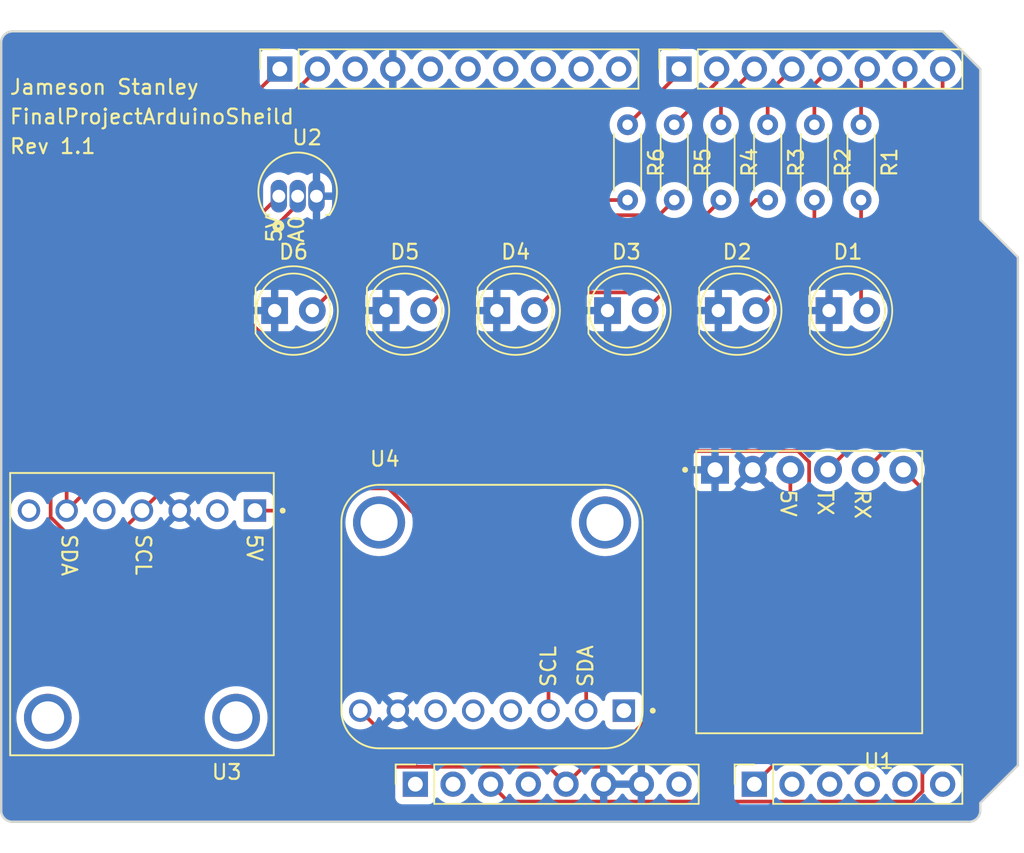
<source format=kicad_pcb>
(kicad_pcb (version 20240108) (generator "pcbnew") (generator_version "8.0")
  (title_block (date "mar. 31 mars 2015"))
  (layers (0 "F.Cu" signal) (31 "B.Cu" signal) (34 "B.Paste" user) (35 "F.Paste" user) (36 "B.SilkS" user "B.Silkscreen") (37 "F.SilkS" user "F.Silkscreen") (38 "B.Mask" user) (39 "F.Mask" user) (44 "Edge.Cuts" user))
  (net 0 "")
  (net 1 "GND")
  (net 3 "+5V")
  (net 4 "/IOREF")
  (net 5 "/A1")
  (net 6 "/A2")
  (net 7 "/A3")
  (net 8 "/SDA{slash}A4")
  (net 9 "/SCL{slash}A5")
  (net 10 "/13")
  (net 11 "/12")
  (net 12 "/AREF")
  (net 13 "/8")
  (net 14 "/LED1")
  (net 15 "/*11")
  (net 16 "/*10")
  (net 17 "/*9")
  (net 18 "/LED6")
  (net 19 "/LED2")
  (net 20 "/LED5")
  (net 21 "/LED3")
  (net 22 "/TX{slash}1")
  (net 23 "/LED4")
  (net 24 "/RX{slash}0")
  (net 25 "+3V3")
  (net 26 "VCC")
  (net 28 "/RESET")
  (net 29 "Net-(D1-A)")
  (net 30 "Net-(D2-A)")
  (net 31 "Net-(D3-A)")
  (net 32 "Net-(D4-A)")
  (net 33 "Net-(D5-A)")
  (net 34 "Net-(D6-A)")
  (net 35 "/External_Temp")
  (footprint "Connector_PinSocket_2.54mm:PinSocket_1x08_P2.54mm_Vertical" (layer "F.Cu") (at 127.94 97.46 90)
    (property "Reference" "J1" (hide yes))
    (property "Value" "Power")
    (fp_line (start 1.33 -1.33) (end 1.33 0) (stroke (width 0.12)) (layer "F.SilkS"))
    (fp_line (start 0 -1.33) (end 1.33 -1.33) (stroke (width 0.12)) (layer "F.SilkS"))
    (fp_line (start 1.33 1.27) (end 1.33 19.11) (stroke (width 0.12)) (layer "F.SilkS"))
    (fp_line (start -1.33 1.27) (end 1.33 1.27) (stroke (width 0.12)) (layer "F.SilkS"))
    (fp_line (start -1.33 1.27) (end -1.33 19.11) (stroke (width 0.12)) (layer "F.SilkS"))
    (fp_line (start -1.33 19.11) (end 1.33 19.11) (stroke (width 0.12)) (layer "F.SilkS"))
    (pad "1" thru_hole rect (at 0 0 90) (size 1.7 1.7) (drill 1) (layers "*.Cu" "*.Mask"))
    (pad "2" thru_hole oval (at 0 2.54 90) (size 1.7 1.7) (drill 1) (layers "*.Cu" "*.Mask") (net 4 "/IOREF"))
    (pad "3" thru_hole oval (at 0 5.08 90) (size 1.7 1.7) (drill 1) (layers "*.Cu" "*.Mask") (net 28 "/RESET"))
    (pad "4" thru_hole oval (at 0 7.62 90) (size 1.7 1.7) (drill 1) (layers "*.Cu" "*.Mask") (net 25 "+3V3"))
    (pad "5" thru_hole oval (at 0 10.16 90) (size 1.7 1.7) (drill 1) (layers "*.Cu" "*.Mask") (net 3 "+5V"))
    (pad "6" thru_hole oval (at 0 12.7 90) (size 1.7 1.7) (drill 1) (layers "*.Cu" "*.Mask") (net 1 "GND"))
    (pad "7" thru_hole oval (at 0 15.24 90) (size 1.7 1.7) (drill 1) (layers "*.Cu" "*.Mask") (net 1 "GND"))
    (pad "8" thru_hole oval (at 0 17.78 90) (size 1.7 1.7) (drill 1) (layers "*.Cu" "*.Mask") (net 26 "VCC"))
  )
  (footprint "Connector_PinSocket_2.54mm:PinSocket_1x06_P2.54mm_Vertical" (layer "F.Cu") (at 150.8 97.46 90)
    (property "Reference" "J3" (hide yes))
    (property "Value" "Analog")
    (fp_line (start 1.33 -1.33) (end 1.33 0) (stroke (width 0.12)) (layer "F.SilkS"))
    (fp_line (start 0 -1.33) (end 1.33 -1.33) (stroke (width 0.12)) (layer "F.SilkS"))
    (fp_line (start 1.33 1.27) (end 1.33 14.03) (stroke (width 0.12)) (layer "F.SilkS"))
    (fp_line (start -1.33 1.27) (end 1.33 1.27) (stroke (width 0.12)) (layer "F.SilkS"))
    (fp_line (start -1.33 1.27) (end -1.33 14.03) (stroke (width 0.12)) (layer "F.SilkS"))
    (fp_line (start -1.33 14.03) (end 1.33 14.03) (stroke (width 0.12)) (layer "F.SilkS"))
    (pad "1" thru_hole rect (at 0 0 90) (size 1.7 1.7) (drill 1) (layers "*.Cu" "*.Mask") (net 35 "/External_Temp"))
    (pad "2" thru_hole oval (at 0 2.54 90) (size 1.7 1.7) (drill 1) (layers "*.Cu" "*.Mask") (net 5 "/A1"))
    (pad "3" thru_hole oval (at 0 5.08 90) (size 1.7 1.7) (drill 1) (layers "*.Cu" "*.Mask") (net 6 "/A2"))
    (pad "4" thru_hole oval (at 0 7.62 90) (size 1.7 1.7) (drill 1) (layers "*.Cu" "*.Mask") (net 7 "/A3"))
    (pad "5" thru_hole oval (at 0 10.16 90) (size 1.7 1.7) (drill 1) (layers "*.Cu" "*.Mask"))
    (pad "6" thru_hole oval (at 0 12.7 90) (size 1.7 1.7) (drill 1) (layers "*.Cu" "*.Mask"))
  )
  (footprint "Connector_PinSocket_2.54mm:PinSocket_1x10_P2.54mm_Vertical" (layer "F.Cu") (at 118.796 49.2 90)
    (property "Reference" "J2" (hide yes))
    (property "Value" "Digital/PWM")
    (fp_line (start 1.33 -1.33) (end 1.33 0) (stroke (width 0.12)) (layer "F.SilkS"))
    (fp_line (start 0 -1.33) (end 1.33 -1.33) (stroke (width 0.12)) (layer "F.SilkS"))
    (fp_line (start 1.33 1.27) (end 1.33 24.19) (stroke (width 0.12)) (layer "F.SilkS"))
    (fp_line (start -1.33 1.27) (end 1.33 1.27) (stroke (width 0.12)) (layer "F.SilkS"))
    (fp_line (start -1.33 1.27) (end -1.33 24.19) (stroke (width 0.12)) (layer "F.SilkS"))
    (fp_line (start -1.33 24.19) (end 1.33 24.19) (stroke (width 0.12)) (layer "F.SilkS"))
    (pad "1" thru_hole rect (at 0 0 90) (size 1.7 1.7) (drill 1) (layers "*.Cu" "*.Mask") (net 9 "/SCL{slash}A5"))
    (pad "2" thru_hole oval (at 0 2.54 90) (size 1.7 1.7) (drill 1) (layers "*.Cu" "*.Mask") (net 8 "/SDA{slash}A4"))
    (pad "3" thru_hole oval (at 0 5.08 90) (size 1.7 1.7) (drill 1) (layers "*.Cu" "*.Mask") (net 12 "/AREF"))
    (pad "4" thru_hole oval (at 0 7.62 90) (size 1.7 1.7) (drill 1) (layers "*.Cu" "*.Mask") (net 1 "GND"))
    (pad "5" thru_hole oval (at 0 10.16 90) (size 1.7 1.7) (drill 1) (layers "*.Cu" "*.Mask") (net 10 "/13"))
    (pad "6" thru_hole oval (at 0 12.7 90) (size 1.7 1.7) (drill 1) (layers "*.Cu" "*.Mask") (net 11 "/12"))
    (pad "7" thru_hole oval (at 0 15.24 90) (size 1.7 1.7) (drill 1) (layers "*.Cu" "*.Mask") (net 15 "/*11"))
    (pad "8" thru_hole oval (at 0 17.78 90) (size 1.7 1.7) (drill 1) (layers "*.Cu" "*.Mask") (net 16 "/*10"))
    (pad "9" thru_hole oval (at 0 20.32 90) (size 1.7 1.7) (drill 1) (layers "*.Cu" "*.Mask") (net 17 "/*9"))
    (pad "10" thru_hole oval (at 0 22.86 90) (size 1.7 1.7) (drill 1) (layers "*.Cu" "*.Mask") (net 13 "/8"))
  )
  (footprint "Connector_PinSocket_2.54mm:PinSocket_1x08_P2.54mm_Vertical" (layer "F.Cu") (at 145.72 49.2 90)
    (property "Reference" "J4" (hide yes))
    (property "Value" "Digital/PWM")
    (fp_line (start 1.33 -1.33) (end 1.33 0) (stroke (width 0.12)) (layer "F.SilkS"))
    (fp_line (start 0 -1.33) (end 1.33 -1.33) (stroke (width 0.12)) (layer "F.SilkS"))
    (fp_line (start 1.33 1.27) (end 1.33 19.11) (stroke (width 0.12)) (layer "F.SilkS"))
    (fp_line (start -1.33 1.27) (end 1.33 1.27) (stroke (width 0.12)) (layer "F.SilkS"))
    (fp_line (start -1.33 1.27) (end -1.33 19.11) (stroke (width 0.12)) (layer "F.SilkS"))
    (fp_line (start -1.33 19.11) (end 1.33 19.11) (stroke (width 0.12)) (layer "F.SilkS"))
    (pad "1" thru_hole rect (at 0 0 90) (size 1.7 1.7) (drill 1) (layers "*.Cu" "*.Mask") (net 18 "/LED6"))
    (pad "2" thru_hole oval (at 0 2.54 90) (size 1.7 1.7) (drill 1) (layers "*.Cu" "*.Mask") (net 20 "/LED5"))
    (pad "3" thru_hole oval (at 0 5.08 90) (size 1.7 1.7) (drill 1) (layers "*.Cu" "*.Mask") (net 23 "/LED4"))
    (pad "4" thru_hole oval (at 0 7.62 90) (size 1.7 1.7) (drill 1) (layers "*.Cu" "*.Mask") (net 21 "/LED3"))
    (pad "5" thru_hole oval (at 0 10.16 90) (size 1.7 1.7) (drill 1) (layers "*.Cu" "*.Mask") (net 19 "/LED2"))
    (pad "6" thru_hole oval (at 0 12.7 90) (size 1.7 1.7) (drill 1) (layers "*.Cu" "*.Mask") (net 14 "/LED1"))
    (pad "7" thru_hole oval (at 0 15.24 90) (size 1.7 1.7) (drill 1) (layers "*.Cu" "*.Mask") (net 22 "/TX{slash}1"))
    (pad "8" thru_hole oval (at 0 17.78 90) (size 1.7 1.7) (drill 1) (layers "*.Cu" "*.Mask") (net 24 "/RX{slash}0"))
  )
  (footprint "Resistor_THT:R_Axial_DIN0204_L3.6mm_D1.6mm_P5.08mm_Horizontal" (layer "F.Cu") (at 151.7 52.96 -90)
    (property "Reference" "R3" (at 2.54 -1.92 90) (layer "F.SilkS"))
    (property "Value" "330")
    (fp_line (start 0.62 0.92) (end 4.46 0.92) (stroke (width 0.12)) (layer "F.SilkS"))
    (fp_line (start 0.62 -0.92) (end 4.46 -0.92) (stroke (width 0.12)) (layer "F.SilkS"))
    (pad "1" thru_hole circle (at 0 0 270) (size 1.4 1.4) (drill 0.7) (layers "*.Cu" "*.Mask") (net 21 "/LED3"))
    (pad "2" thru_hole oval (at 5.08 0 270) (size 1.4 1.4) (drill 0.7) (layers "*.Cu" "*.Mask") (net 31 "Net-(D3-A)"))
  )
  (footprint "Resistor_THT:R_Axial_DIN0204_L3.6mm_D1.6mm_P5.08mm_Horizontal" (layer "F.Cu") (at 154.85 52.96 -90)
    (property "Reference" "R2" (at 2.54 -1.92 90) (layer "F.SilkS"))
    (property "Value" "330")
    (fp_line (start 0.62 0.92) (end 4.46 0.92) (stroke (width 0.12)) (layer "F.SilkS"))
    (fp_line (start 0.62 -0.92) (end 4.46 -0.92) (stroke (width 0.12)) (layer "F.SilkS"))
    (pad "1" thru_hole circle (at 0 0 270) (size 1.4 1.4) (drill 0.7) (layers "*.Cu" "*.Mask") (net 19 "/LED2"))
    (pad "2" thru_hole oval (at 5.08 0 270) (size 1.4 1.4) (drill 0.7) (layers "*.Cu" "*.Mask") (net 30 "Net-(D2-A)"))
  )
  (footprint "2652:MODULE_2652" (layer "F.Cu") (at 109.5 85.985 180)
    (property "Reference" "U3" (at -5.715 -10.66 0) (layer "F.SilkS"))
    (property "Value" "ADAFRUIT BME280")
    (fp_line (start 8.89 9.525) (end -8.89 9.525) (stroke (width 0.127)) (layer "F.SilkS"))
    (fp_line (start 8.89 -9.525) (end 8.89 9.525) (stroke (width 0.127)) (layer "F.SilkS"))
    (fp_line (start -8.89 9.525) (end -8.89 -9.525) (stroke (width 0.127)) (layer "F.SilkS"))
    (fp_line (start -8.89 -9.525) (end 8.89 -9.525) (stroke (width 0.127)) (layer "F.SilkS"))
    (fp_circle (center -9.49 6.985) (end -9.39 6.985) (stroke (width 0.2)) (fill none) (layer "F.SilkS"))
    (pad "1" thru_hole rect (at -7.62 6.985 180) (size 1.508 1.508) (drill 1) (layers "*.Cu" "*.Mask") (net 3 "+5V"))
    (pad "2" thru_hole circle (at -5.08 6.985 180) (size 1.508 1.508) (drill 1) (layers "*.Cu" "*.Mask"))
    (pad "3" thru_hole circle (at -2.54 6.985 180) (size 1.508 1.508) (drill 1) (layers "*.Cu" "*.Mask") (net 1 "GND"))
    (pad "4" thru_hole circle (at 0 6.985 180) (size 1.508 1.508) (drill 1) (layers "*.Cu" "*.Mask") (net 9 "/SCL{slash}A5"))
    (pad "5" thru_hole circle (at 2.54 6.985 180) (size 1.508 1.508) (drill 1) (layers "*.Cu" "*.Mask"))
    (pad "6" thru_hole circle (at 5.08 6.985 180) (size 1.508 1.508) (drill 1) (layers "*.Cu" "*.Mask") (net 8 "/SDA{slash}A4"))
    (pad "7" thru_hole circle (at 7.62 6.985 180) (size 1.508 1.508) (drill 1) (layers "*.Cu" "*.Mask"))
    (pad "P1" thru_hole circle (at -6.35 -6.985 180) (size 3.216 3.216) (drill 2.2) (layers "*.Cu" "*.Mask"))
    (pad "P2" thru_hole circle (at 6.35 -6.985 180) (size 3.216 3.216) (drill 2.2) (layers "*.Cu" "*.Mask"))
  )
  (footprint "LED_THT:LED_D5.0mm" (layer "F.Cu") (at 155.84 65.5)
    (property "Reference" "D1" (at 1.27 -3.96 0) (layer "F.SilkS"))
    (property "Value" "LED")
    (fp_line (start -1.29 -1.545) (end -1.29 1.545) (stroke (width 0.12)) (layer "F.SilkS"))
    (fp_arc (start -1.29 -1.54483) (mid 2.071756 -2.880501) (end 4.26 -0.000048) (stroke (width 0.12)) (layer "F.SilkS"))
    (fp_arc (start 4.26 0.000048) (mid 2.071756 2.880501) (end -1.29 1.54483) (stroke (width 0.12)) (layer "F.SilkS"))
    (fp_circle (center 1.27 0) (end 3.77 0) (stroke (width 0.12)) (fill none) (layer "F.SilkS"))
    (pad "1" thru_hole rect (at 0 0) (size 1.8 1.8) (drill 0.9) (layers "*.Cu" "*.Mask") (net 1 "GND"))
    (pad "2" thru_hole circle (at 2.54 0) (size 1.8 1.8) (drill 0.9) (layers "*.Cu" "*.Mask") (net 29 "Net-(D1-A)"))
  )
  (footprint "LED_THT:LED_D5.0mm" (layer "F.Cu") (at 118.45 65.5)
    (property "Reference" "D6" (at 1.27 -3.96 0) (layer "F.SilkS"))
    (property "Value" "LED")
    (fp_line (start -1.29 -1.545) (end -1.29 1.545) (stroke (width 0.12)) (layer "F.SilkS"))
    (fp_arc (start -1.29 -1.54483) (mid 2.071756 -2.880501) (end 4.26 -0.000048) (stroke (width 0.12)) (layer "F.SilkS"))
    (fp_arc (start 4.26 0.000048) (mid 2.071756 2.880501) (end -1.29 1.54483) (stroke (width 0.12)) (layer "F.SilkS"))
    (fp_circle (center 1.27 0) (end 3.77 0) (stroke (width 0.12)) (fill none) (layer "F.SilkS"))
    (pad "1" thru_hole rect (at 0 0) (size 1.8 1.8) (drill 0.9) (layers "*.Cu" "*.Mask") (net 1 "GND"))
    (pad "2" thru_hole circle (at 2.54 0) (size 1.8 1.8) (drill 0.9) (layers "*.Cu" "*.Mask") (net 34 "Net-(D6-A)"))
  )
  (footprint "LED_THT:LED_D5.0mm" (layer "F.Cu") (at 148.37 65.5)
    (property "Reference" "D2" (at 1.27 -3.96 0) (layer "F.SilkS"))
    (property "Value" "LED")
    (fp_line (start -1.29 -1.545) (end -1.29 1.545) (stroke (width 0.12)) (layer "F.SilkS"))
    (fp_arc (start -1.29 -1.54483) (mid 2.071756 -2.880501) (end 4.26 -0.000048) (stroke (width 0.12)) (layer "F.SilkS"))
    (fp_arc (start 4.26 0.000048) (mid 2.071756 2.880501) (end -1.29 1.54483) (stroke (width 0.12)) (layer "F.SilkS"))
    (fp_circle (center 1.27 0) (end 3.77 0) (stroke (width 0.12)) (fill none) (layer "F.SilkS"))
    (pad "1" thru_hole rect (at 0 0) (size 1.8 1.8) (drill 0.9) (layers "*.Cu" "*.Mask") (net 1 "GND"))
    (pad "2" thru_hole circle (at 2.54 0) (size 1.8 1.8) (drill 0.9) (layers "*.Cu" "*.Mask") (net 30 "Net-(D2-A)"))
  )
  (footprint "DEV-13712:MODULE_DEV-13712" (layer "F.Cu") (at 154.5 84.5 180)
    (property "Reference" "U1" (at -4.695 -11.41 0) (layer "F.SilkS"))
    (property "Value" "OpenLog")
    (fp_line (start 7.62 9.525) (end -7.62 9.525) (stroke (width 0.127)) (layer "F.SilkS"))
    (fp_line (start 7.62 -9.525) (end 7.62 9.525) (stroke (width 0.127)) (layer "F.SilkS"))
    (fp_line (start -7.62 9.525) (end -7.62 -9.525) (stroke (width 0.127)) (layer "F.SilkS"))
    (fp_line (start -7.62 -9.525) (end 7.62 -9.525) (stroke (width 0.127)) (layer "F.SilkS"))
    (fp_circle (center 8.37 8.255) (end 8.47 8.255) (stroke (width 0.2)) (fill none) (layer "F.SilkS"))
    (pad "1" thru_hole rect (at 6.35 8.255 180) (size 1.8796 1.8796) (drill 1.016) (layers "*.Cu" "*.Mask") (net 1 "GND"))
    (pad "2" thru_hole circle (at 3.81 8.255 180) (size 1.8796 1.8796) (drill 1.016) (layers "*.Cu" "*.Mask") (net 1 "GND"))
    (pad "3" thru_hole circle (at 1.27 8.255 180) (size 1.8796 1.8796) (drill 1.016) (layers "*.Cu" "*.Mask") (net 3 "+5V"))
    (pad "4" thru_hole circle (at -1.27 8.255 180) (size 1.8796 1.8796) (drill 1.016) (layers "*.Cu" "*.Mask") (net 22 "/TX{slash}1"))
    (pad "5" thru_hole circle (at -3.81 8.255 180) (size 1.8796 1.8796) (drill 1.016) (layers "*.Cu" "*.Mask") (net 24 "/RX{slash}0"))
    (pad "6" thru_hole circle (at -6.35 8.255 180) (size 1.8796 1.8796) (drill 1.016) (layers "*.Cu" "*.Mask") (net 28 "/RESET"))
  )
  (footprint "Resistor_THT:R_Axial_DIN0204_L3.6mm_D1.6mm_P5.08mm_Horizontal" (layer "F.Cu") (at 148.55 52.96 -90)
    (property "Reference" "R4" (at 2.54 -1.92 90) (layer "F.SilkS"))
    (property "Value" "330")
    (fp_line (start 0.62 0.92) (end 4.46 0.92) (stroke (width 0.12)) (layer "F.SilkS"))
    (fp_line (start 0.62 -0.92) (end 4.46 -0.92) (stroke (width 0.12)) (layer "F.SilkS"))
    (pad "1" thru_hole circle (at 0 0 270) (size 1.4 1.4) (drill 0.7) (layers "*.Cu" "*.Mask") (net 23 "/LED4"))
    (pad "2" thru_hole oval (at 5.08 0 270) (size 1.4 1.4) (drill 0.7) (layers "*.Cu" "*.Mask") (net 32 "Net-(D4-A)"))
  )
  (footprint "LED_THT:LED_D5.0mm" (layer "F.Cu") (at 125.96 65.5)
    (property "Reference" "D5" (at 1.27 -3.96 0) (layer "F.SilkS"))
    (property "Value" "LED")
    (fp_line (start -1.29 -1.545) (end -1.29 1.545) (stroke (width 0.12)) (layer "F.SilkS"))
    (fp_arc (start -1.29 -1.54483) (mid 2.071756 -2.880501) (end 4.26 -0.000048) (stroke (width 0.12)) (layer "F.SilkS"))
    (fp_arc (start 4.26 0.000048) (mid 2.071756 2.880501) (end -1.29 1.54483) (stroke (width 0.12)) (layer "F.SilkS"))
    (fp_circle (center 1.27 0) (end 3.77 0) (stroke (width 0.12)) (fill none) (layer "F.SilkS"))
    (pad "1" thru_hole rect (at 0 0) (size 1.8 1.8) (drill 0.9) (layers "*.Cu" "*.Mask") (net 1 "GND"))
    (pad "2" thru_hole circle (at 2.54 0) (size 1.8 1.8) (drill 0.9) (layers "*.Cu" "*.Mask") (net 33 "Net-(D5-A)"))
  )
  (footprint "Resistor_THT:R_Axial_DIN0204_L3.6mm_D1.6mm_P5.08mm_Horizontal" (layer "F.Cu") (at 158 52.96 -90)
    (property "Reference" "R1" (at 2.54 -1.92 90) (layer "F.SilkS"))
    (property "Value" "330")
    (fp_line (start 0.62 0.92) (end 4.46 0.92) (stroke (width 0.12)) (layer "F.SilkS"))
    (fp_line (start 0.62 -0.92) (end 4.46 -0.92) (stroke (width 0.12)) (layer "F.SilkS"))
    (pad "1" thru_hole circle (at 0 0 270) (size 1.4 1.4) (drill 0.7) (layers "*.Cu" "*.Mask") (net 14 "/LED1"))
    (pad "2" thru_hole oval (at 5.08 0 270) (size 1.4 1.4) (drill 0.7) (layers "*.Cu" "*.Mask") (net 29 "Net-(D1-A)"))
  )
  (footprint "Resistor_THT:R_Axial_DIN0204_L3.6mm_D1.6mm_P5.08mm_Horizontal" (layer "F.Cu") (at 145.4 52.96 -90)
    (property "Reference" "R5" (at 2.54 -1.92 90) (layer "F.SilkS"))
    (property "Value" "330")
    (fp_line (start 0.62 0.92) (end 4.46 0.92) (stroke (width 0.12)) (layer "F.SilkS"))
    (fp_line (start 0.62 -0.92) (end 4.46 -0.92) (stroke (width 0.12)) (layer "F.SilkS"))
    (pad "1" thru_hole circle (at 0 0 270) (size 1.4 1.4) (drill 0.7) (layers "*.Cu" "*.Mask") (net 20 "/LED5"))
    (pad "2" thru_hole oval (at 5.08 0 270) (size 1.4 1.4) (drill 0.7) (layers "*.Cu" "*.Mask") (net 33 "Net-(D5-A)"))
  )
  (footprint "Resistor_THT:R_Axial_DIN0204_L3.6mm_D1.6mm_P5.08mm_Horizontal" (layer "F.Cu") (at 142.25 52.96 -90)
    (property "Reference" "R6" (at 2.54 -1.92 90) (layer "F.SilkS"))
    (property "Value" "330")
    (fp_line (start 0.62 0.92) (end 4.46 0.92) (stroke (width 0.12)) (layer "F.SilkS"))
    (fp_line (start 0.62 -0.92) (end 4.46 -0.92) (stroke (width 0.12)) (layer "F.SilkS"))
    (pad "1" thru_hole circle (at 0 0 270) (size 1.4 1.4) (drill 0.7) (layers "*.Cu" "*.Mask") (net 18 "/LED6"))
    (pad "2" thru_hole oval (at 5.08 0 270) (size 1.4 1.4) (drill 0.7) (layers "*.Cu" "*.Mask") (net 34 "Net-(D6-A)"))
  )
  (footprint "2019:MODULE_2019" (layer "F.Cu") (at 133.11 86.15)
    (property "Reference" "U4" (at -7.235 -10.635 0) (layer "F.SilkS"))
    (property "Value" "MMA8451")
    (fp_line (start -10.16 6.35) (end -10.16 -6.35) (stroke (width 0.127)) (layer "F.SilkS"))
    (fp_line (start -7.62 -8.89) (end 7.62 -8.89) (stroke (width 0.127)) (layer "F.SilkS"))
    (fp_line (start 7.62 8.89) (end -7.62 8.89) (stroke (width 0.127)) (layer "F.SilkS"))
    (fp_line (start 10.16 -6.35) (end 10.16 6.35) (stroke (width 0.127)) (layer "F.SilkS"))
    (fp_arc (start -10.16 -6.35) (mid -9.416051 -8.146051) (end -7.62 -8.89) (stroke (width 0.127)) (layer "F.SilkS"))
    (fp_arc (start -7.62 8.89) (mid -9.416051 8.146051) (end -10.16 6.35) (stroke (width 0.127)) (layer "F.SilkS"))
    (fp_arc (start 7.62 -8.89) (mid 9.416051 -8.146051) (end 10.16 -6.35) (stroke (width 0.127)) (layer "F.SilkS"))
    (fp_arc (start 10.16 6.35) (mid 9.416051 8.146051) (end 7.62 8.89) (stroke (width 0.127)) (layer "F.SilkS"))
    (fp_circle (center 10.84 6.35) (end 10.94 6.35) (stroke (width 0.2)) (fill none) (layer "F.SilkS"))
    (pad "1" thru_hole rect (at 8.89 6.35) (size 1.508 1.508) (drill 1) (layers "*.Cu" "*.Mask"))
    (pad "2" thru_hole circle (at 6.35 6.35) (size 1.508 1.508) (drill 1) (layers "*.Cu" "*.Mask") (net 8 "/SDA{slash}A4"))
    (pad "3" thru_hole circle (at 3.81 6.35) (size 1.508 1.508) (drill 1) (layers "*.Cu" "*.Mask") (net 9 "/SCL{slash}A5"))
    (pad "4" thru_hole circle (at 1.27 6.35) (size 1.508 1.508) (drill 1) (layers "*.Cu" "*.Mask"))
    (pad "5" thru_hole circle (at -1.27 6.35) (size 1.508 1.508) (drill 1) (layers "*.Cu" "*.Mask"))
    (pad "6" thru_hole circle (at -3.81 6.35) (size 1.508 1.508) (drill 1) (layers "*.Cu" "*.Mask"))
    (pad "7" thru_hole circle (at -6.35 6.35) (size 1.508 1.508) (drill 1) (layers "*.Cu" "*.Mask") (net 1 "GND"))
    (pad "8" thru_hole circle (at -8.89 6.35) (size 1.508 1.508) (drill 1) (layers "*.Cu" "*.Mask") (net 3 "+5V"))
    (pad "P1" thru_hole circle (at -7.62 -6.35) (size 3.516 3.516) (drill 2.5) (layers "*.Cu" "*.Mask"))
    (pad "P2" thru_hole circle (at 7.62 -6.35) (size 3.516 3.516) (drill 2.5) (layers "*.Cu" "*.Mask"))
  )
  (footprint "TMP36GT9Z:TO92127P521H733-3" (layer "F.Cu") (at 120 57)
    (property "Reference" "U2" (at 0.635 -3.175 0) (layer "F.SilkS"))
    (property "Value" "TMP36GT9Z")
    (fp_line (start -2.144 2.043) (end -1.9 2.043) (stroke (width 0.127)) (layer "F.SilkS"))
    (fp_line (start 1.906 2.043) (end 2.144 2.043) (stroke (width 0.127)) (layer "F.SilkS"))
    (fp_arc (start -2.144 2.043) (mid 0 -2.164837) (end 2.144 2.043) (stroke (width 0.127)) (layer "F.SilkS"))
    (fp_circle (center -1.3 2.8) (end -1.2 2.8) (stroke (width 0.3)) (fill none) (layer "F.SilkS"))
    (pad "1" thru_hole oval (at -1.27 0.78) (size 1.1 2.2) (drill 0.87) (layers "*.Cu" "*.Mask") (net 3 "+5V"))
    (pad "2" thru_hole oval (at 0 0.78) (size 1.1 2.2) (drill 0.87) (layers "*.Cu" "*.Mask") (net 35 "/External_Temp"))
    (pad "3" thru_hole oval (at 1.27 0.78) (size 1.1 2.2) (drill 0.87) (layers "*.Cu" "*.Mask") (net 1 "GND"))
  )
  (footprint "LED_THT:LED_D5.0mm" (layer "F.Cu") (at 133.43 65.5)
    (property "Reference" "D4" (at 1.27 -3.96 0) (layer "F.SilkS"))
    (property "Value" "LED")
    (fp_line (start -1.29 -1.545) (end -1.29 1.545) (stroke (width 0.12)) (layer "F.SilkS"))
    (fp_arc (start -1.29 -1.54483) (mid 2.071756 -2.880501) (end 4.26 -0.000048) (stroke (width 0.12)) (layer "F.SilkS"))
    (fp_arc (start 4.26 0.000048) (mid 2.071756 2.880501) (end -1.29 1.54483) (stroke (width 0.12)) (layer "F.SilkS"))
    (fp_circle (center 1.27 0) (end 3.77 0) (stroke (width 0.12)) (fill none) (layer "F.SilkS"))
    (pad "1" thru_hole rect (at 0 0) (size 1.8 1.8) (drill 0.9) (layers "*.Cu" "*.Mask") (net 1 "GND"))
    (pad "2" thru_hole circle (at 2.54 0) (size 1.8 1.8) (drill 0.9) (layers "*.Cu" "*.Mask") (net 32 "Net-(D4-A)"))
  )
  (footprint "LED_THT:LED_D5.0mm" (layer "F.Cu") (at 140.9 65.5)
    (property "Reference" "D3" (at 1.27 -3.96 0) (layer "F.SilkS"))
    (property "Value" "LED")
    (fp_line (start -1.29 -1.545) (end -1.29 1.545) (stroke (width 0.12)) (layer "F.SilkS"))
    (fp_arc (start -1.29 -1.54483) (mid 2.071756 -2.880501) (end 4.26 -0.000048) (stroke (width 0.12)) (layer "F.SilkS"))
    (fp_arc (start 4.26 0.000048) (mid 2.071756 2.880501) (end -1.29 1.54483) (stroke (width 0.12)) (layer "F.SilkS"))
    (fp_circle (center 1.27 0) (end 3.77 0) (stroke (width 0.12)) (fill none) (layer "F.SilkS"))
    (pad "1" thru_hole rect (at 0 0) (size 1.8 1.8) (drill 0.9) (layers "*.Cu" "*.Mask") (net 1 "GND"))
    (pad "2" thru_hole circle (at 2.54 0) (size 1.8 1.8) (drill 0.9) (layers "*.Cu" "*.Mask") (net 31 "Net-(D3-A)"))
  )
  (gr_line (start 166.04 59.36) (end 168.58 61.9) (stroke (width 0.15)) (layer "Edge.Cuts"))
  (gr_line (start 100 99.238) (end 100 47.422) (stroke (width 0.15)) (layer "Edge.Cuts"))
  (gr_line (start 168.58 61.9) (end 168.58 96.19) (stroke (width 0.15)) (layer "Edge.Cuts"))
  (gr_line (start 165.278 100) (end 100.762 100) (stroke (width 0.15)) (layer "Edge.Cuts"))
  (gr_line (start 100.762 46.66) (end 163.5 46.66) (stroke (width 0.15)) (layer "Edge.Cuts"))
  (gr_arc (start 100.762 100) (mid 100.223185 99.776815) (end 100 99.238) (stroke (width 0.15)) (layer "Edge.Cuts"))
  (gr_line (start 168.58 96.19) (end 166.04 98.73) (stroke (width 0.15)) (layer "Edge.Cuts"))
  (gr_line (start 163.5 46.66) (end 166.04 49.2) (stroke (width 0.15)) (layer "Edge.Cuts"))
  (gr_arc (start 166.04 99.238) (mid 165.816815 99.776815) (end 165.278 100) (stroke (width 0.15)) (layer "Edge.Cuts"))
  (gr_line (start 166.04 49.2) (end 166.04 59.36) (stroke (width 0.15)) (layer "Edge.Cuts"))
  (gr_line (start 166.04 98.73) (end 166.04 99.238) (stroke (width 0.15)) (layer "Edge.Cuts"))
  (gr_arc (start 100 47.422) (mid 100.223185 46.883185) (end 100.762 46.66) (stroke (width 0.15)) (layer "Edge.Cuts"))
  (gr_text "SDA" (at 140 91 90) (layer "F.SilkS") (effects (font (size 1 1)) (justify left bottom)))
  (gr_text "Jameson Stanley" (at 100.5 51 0) (layer "F.SilkS") (effects (font (size 1 1)) (justify left bottom)))
  (gr_text "A0" (at 120.5 61 90) (layer "F.SilkS") (effects (font (size 1 1)) (justify left bottom)))
  (gr_text "RX" (at 157.5 77.5 -90) (layer "F.SilkS") (effects (font (size 1 1)) (justify left bottom)))
  (gr_text "SCL" (at 137.5 91 90) (layer "F.SilkS") (effects (font (size 1 1)) (justify left bottom)))
  (gr_text "5V" (at 116.5 80.5 -90) (layer "F.SilkS") (effects (font (size 1 1)) (justify left bottom)))
  (gr_text "5V" (at 152.5 77.5 -90) (layer "F.SilkS") (effects (font (size 1 1)) (justify left bottom)))
  (gr_text "SCL" (at 109 80.5 -90) (layer "F.SilkS") (effects (font (size 1 1)) (justify left bottom)))
  (gr_text "FinalProjectArduinoSheild" (at 100.5 53 0) (layer "F.SilkS") (effects (font (size 1 1)) (justify left bottom)))
  (gr_text "Rev 1.1" (at 100.5 55 0) (layer "F.SilkS") (effects (font (size 1 1)) (justify left bottom)))
  (gr_text "TX" (at 155 77.5 -90) (layer "F.SilkS") (effects (font (size 1 1)) (justify left bottom)))
  (gr_text "5V" (at 119 61 90) (layer "F.SilkS") (effects (font (size 1 1)) (justify left bottom)))
  (gr_text "SDA" (at 104 80.5 -90) (layer "F.SilkS") (effects (font (size 1 1)) (justify left bottom)))
  (segment (start 138.1 96.88) (end 138.1 97.46) (width 0.25) (layer "F.Cu") (net 3))
  (segment (start 128.005 96.285) (end 136.925 96.285) (width 0.25) (layer "F.Cu") (net 3))
  (segment (start 136.925 96.285) (end 138.1 97.46) (width 0.25) (layer "F.Cu") (net 3))
  (segment (start 124.22 92.5) (end 128.005 96.285) (width 0.25) (layer "F.Cu") (net 3))
  (segment (start 115.55 66.05) (end 125.55 76.05) (width 0.25) (layer "F.Cu") (net 3))
  (segment (start 115.55 60.96) (end 118.73 57.78) (width 0.25) (layer "F.Cu") (net 3))
  (segment (start 145.5 88) (end 148.658 88) (width 0.25) (layer "F.Cu") (net 3))
  (segment (start 149.829 86.829) (end 144.829 91.829) (width 0.25) (layer "F.Cu") (net 3))
  (segment (start 144.829 91.829) (end 140.373 96.285) (width 0.25) (layer "F.Cu") (net 3))
  (segment (start 120 79) (end 122 81) (width 0.25) (layer "F.Cu") (net 3))
  (segment (start 122.285 96.285) (end 128.005 96.285) (width 0.25) (layer "F.Cu") (net 3))
  (segment (start 139.275 96.285) (end 138.1 97.46) (width 0.25) (layer "F.Cu") (net 3))
  (segment (start 140.373 96.285) (end 139.275 96.285) (width 0.25) (layer "F.Cu") (net 3))
  (segment (start 153.23 83.428) (end 149.829 86.829) (width 0.25) (layer "F.Cu") (net 3))
  (segment (start 125.55 76.05) (end 133.55 76.05) (width 0.25) (layer "F.Cu") (net 3))
  (segment (start 145.5 88) (end 145.5 91.158) (width 0.25) (layer "F.Cu") (net 3))
  (segment (start 145.5 91.158) (end 144.829 91.829) (width 0.25) (layer "F.Cu") (net 3))
  (segment (start 122 81) (end 122 96) (width 0.25) (layer "F.Cu") (net 3))
  (segment (start 122 96) (end 122.285 96.285) (width 0.25) (layer "F.Cu") (net 3))
  (segment (start 148.658 88) (end 149.829 86.829) (width 0.25) (layer "F.Cu") (net 3))
  (segment (start 133.55 76.05) (end 145.5 88) (width 0.25) (layer "F.Cu") (net 3))
  (segment (start 115.55 60.96) (end 115.55 66.05) (width 0.25) (layer "F.Cu") (net 3))
  (segment (start 153.23 76.245) (end 153.23 83.428) (width 0.25) (layer "F.Cu") (net 3))
  (segment (start 120 79) (end 117.12 79) (width 0.25) (layer "F.Cu") (net 3))
  (segment (start 139.46 92.5) (end 139.46 89.46) (width 0.25) (layer "F.Cu") (net 8))
  (segment (start 126.5 76.5) (end 106.92 76.5) (width 0.25) (layer "F.Cu") (net 8))
  (segment (start 139.46 89.46) (end 126.5 76.5) (width 0.25) (layer "F.Cu") (net 8))
  (segment (start 104.42 79) (end 104.42 66.116) (width 0.25) (layer "F.Cu") (net 8))
  (segment (start 106.92 76.5) (end 104.42 79) (width 0.25) (layer "F.Cu") (net 8))
  (segment (start 104.42 66.116) (end 121.336 49.2) (width 0.25) (layer "F.Cu") (net 8))
  (segment (start 136.92 88.284193) (end 126.135807 77.5) (width 0.25) (layer "F.Cu") (net 9))
  (segment (start 103.341 64.655) (end 103.341 79.446937) (width 0.25) (layer "F.Cu") (net 9))
  (segment (start 111 77.5) (end 109.5 79) (width 0.25) (layer "F.Cu") (net 9))
  (segment (start 104.394063 80.5) (end 108 80.5) (width 0.25) (layer "F.Cu") (net 9))
  (segment (start 126.135807 77.5) (end 111 77.5) (width 0.25) (layer "F.Cu") (net 9))
  (segment (start 108 80.5) (end 109.5 79) (width 0.25) (layer "F.Cu") (net 9))
  (segment (start 118.796 49.2) (end 103.341 64.655) (width 0.25) (layer "F.Cu") (net 9))
  (segment (start 103.341 79.446937) (end 104.394063 80.5) (width 0.25) (layer "F.Cu") (net 9))
  (segment (start 136.92 92.5) (end 136.92 88.284193) (width 0.25) (layer "F.Cu") (net 9))
  (segment (start 158 49.62) (end 158.42 49.2) (width 0.25) (layer "F.Cu") (net 14))
  (segment (start 158 52.96) (end 158 49.62) (width 0.25) (layer "F.Cu") (net 14))
  (segment (start 142.25 52.96) (end 145.72 49.49) (width 0.25) (layer "F.Cu") (net 18))
  (segment (start 145.72 49.49) (end 145.72 49.2) (width 0.25) (layer "F.Cu") (net 18))
  (segment (start 154.85 50.23) (end 155.88 49.2) (width 0.25) (layer "F.Cu") (net 19))
  (segment (start 154.85 52.96) (end 154.85 50.23) (width 0.25) (layer "F.Cu") (net 19))
  (segment (start 148.26 50.1) (end 148.26 49.2) (width 0.25) (layer "F.Cu") (net 20))
  (segment (start 145.4 52.96) (end 148.26 50.1) (width 0.25) (layer "F.Cu") (net 20))
  (segment (start 151.7 50.84) (end 153.34 49.2) (width 0.25) (layer "F.Cu") (net 21))
  (segment (start 151.7 52.96) (end 151.7 50.84) (width 0.25) (layer "F.Cu") (net 21))
  (segment (start 160.96 49.2) (end 160.96 71.055) (width 0.25) (layer "F.Cu") (net 22))
  (segment (start 160.96 71.055) (end 155.77 76.245) (width 0.25) (layer "F.Cu") (net 22))
  (segment (start 148.55 51.45) (end 150.8 49.2) (width 0.25) (layer "F.Cu") (net 23))
  (segment (start 148.55 52.96) (end 148.55 51.45) (width 0.25) (layer "F.Cu") (net 23))
  (segment (start 163.5 71.055) (end 158.31 76.245) (width 0.25) (layer "F.Cu") (net 24))
  (segment (start 163.5 49.2) (end 163.5 71.055) (width 0.25) (layer "F.Cu") (net 24))
  (segment (start 133.02 97.46) (end 134.195 98.635) (width 0.25) (layer "F.Cu") (net 28))
  (segment (start 162.135 97.946701) (end 162.135 77.53) (width 0.25) (layer "F.Cu") (net 28))
  (segment (start 161.446701 98.635) (end 162.135 97.946701) (width 0.25) (layer "F.Cu") (net 28))
  (segment (start 162.135 77.53) (end 160.85 76.245) (width 0.25) (layer "F.Cu") (net 28))
  (segment (start 134.195 98.635) (end 161.446701 98.635) (width 0.25) (layer "F.Cu") (net 28))
  (segment (start 158 58.04) (end 158 65.12) (width 0.25) (layer "F.Cu") (net 29))
  (segment (start 158 65.12) (end 158.38 65.5) (width 0.25) (layer "F.Cu") (net 29))
  (segment (start 154.85 61.56) (end 150.91 65.5) (width 0.25) (layer "F.Cu") (net 30))
  (segment (start 154.85 58.04) (end 154.85 61.56) (width 0.25) (layer "F.Cu") (net 30))
  (segment (start 143.44 65.5) (end 150.9 58.04) (width 0.25) (layer "F.Cu") (net 31))
  (segment (start 150.9 58.04) (end 151.7 58.04) (width 0.25) (layer "F.Cu") (net 31))
  (segment (start 137.195 64.275) (end 135.97 65.5) (width 0.25) (layer "F.Cu") (net 32))
  (segment (start 148.55 58.04) (end 142.315 64.275) (width 0.25) (layer "F.Cu") (net 32))
  (segment (start 142.315 64.275) (end 137.195 64.275) (width 0.25) (layer "F.Cu") (net 32))
  (segment (start 145.4 58.04) (end 144.375 59.065) (width 0.25) (layer "F.Cu") (net 33))
  (segment (start 134.935 59.065) (end 128.5 65.5) (width 0.25) (layer "F.Cu") (net 33))
  (segment (start 144.375 59.065) (end 134.935 59.065) (width 0.25) (layer "F.Cu") (net 33))
  (segment (start 142.25 58.04) (end 128.45 58.04) (width 0.25) (layer "F.Cu") (net 34))
  (segment (start 128.45 58.04) (end 120.99 65.5) (width 0.25) (layer "F.Cu") (net 34))
  (segment (start 125.4802 74.9802) (end 153.753898 74.9802) (width 0.25) (layer "F.Cu") (net 35))
  (segment (start 116 62.33) (end 116 65.5) (width 0.25) (layer "F.Cu") (net 35))
  (segment (start 120 57.78) (end 120 58.33) (width 0.25) (layer "F.Cu") (net 35))
  (segment (start 116 65.5) (end 125.4802 74.9802) (width 0.25) (layer "F.Cu") (net 35))
  (segment (start 154.4948 93.7652) (end 150.8 97.46) (width 0.25) (layer "F.Cu") (net 35))
  (segment (start 120 58.33) (end 116 62.33) (width 0.25) (layer "F.Cu") (net 35))
  (segment (start 153.753898 74.9802) (end 154.4948 75.721102) (width 0.25) (layer "F.Cu") (net 35))
  (segment (start 154.4948 75.721102) (end 154.4948 93.7652) (width 0.25) (layer "F.Cu") (net 35))
  (zone (net 1) (net_name "GND") (layer "B.Cu") (connect_pads (clearance 0.508)) (min_thickness 0.25) (fill yes (thermal_gap 0.5) (thermal_bridge_width 0.5))
    (polygon (pts (xy 100 46.5) (xy 100 100) (xy 169 100) (xy 169 46.5)))
  )
)
</source>
